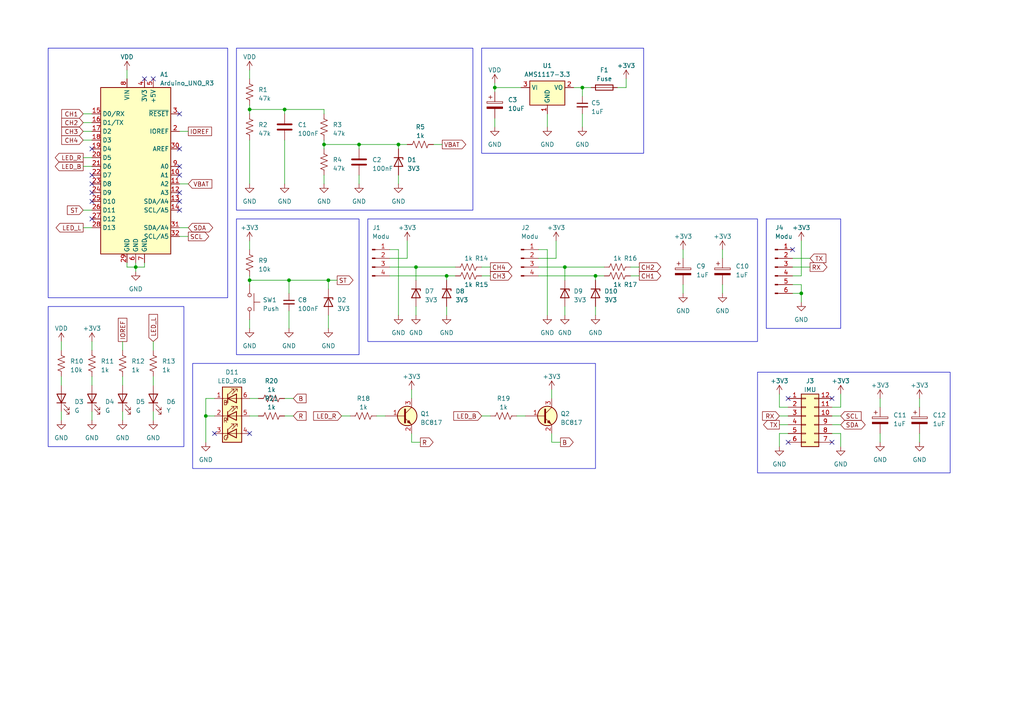
<source format=kicad_sch>
(kicad_sch (version 20230121) (generator eeschema)
  (paper "A4")
  (lib_symbols
    (symbol "Connector:Conn_01x04_Pin" (pin_names (offset 1.016) hide)
      (property "Reference" "J" (at 0 5.08 0))
      (property "Value" "Conn_01x04_Pin" (at 0 -7.62 0))
      (symbol "Conn_01x04_Pin_1_1"
        (polyline (pts (xy 1.27 -5.08) (xy 0.8636 -5.08)) (stroke (width 0.1524)))
        (polyline (pts (xy 1.27 -2.54) (xy 0.8636 -2.54)) (stroke (width 0.1524)))
        (polyline (pts (xy 1.27 0) (xy 0.8636 0)) (stroke (width 0.1524)))
        (polyline (pts (xy 1.27 2.54) (xy 0.8636 2.54)) (stroke (width 0.1524)))
        (rectangle (start 0.8636 -4.953) (end 0 -5.207) (stroke (width 0.1524)) (fill (type outline)))
        (rectangle (start 0.8636 -2.413) (end 0 -2.667) (stroke (width 0.1524)) (fill (type outline)))
        (rectangle (start 0.8636 0.127) (end 0 -0.127) (stroke (width 0.1524)) (fill (type outline)))
        (rectangle (start 0.8636 2.667) (end 0 2.413) (stroke (width 0.1524)) (fill (type outline)))
        (pin passive line (at 5.08 2.54 180) (length 3.81) (name "Pin_1") (number "1"))
        (pin passive line (at 5.08 0 180) (length 3.81) (name "Pin_2") (number "2"))
        (pin passive line (at 5.08 -2.54 180) (length 3.81) (name "Pin_3") (number "3"))
        (pin passive line (at 5.08 -5.08 180) (length 3.81) (name "Pin_4") (number "4"))
      )
    )
    (symbol "Connector:Conn_01x06_Pin" (pin_names (offset 1.016) hide)
      (property "Reference" "J" (at 0 7.62 0))
      (property "Value" "Conn_01x06_Pin" (at 0 -10.16 0))
      (symbol "Conn_01x06_Pin_1_1"
        (polyline (pts (xy 1.27 -7.62) (xy 0.8636 -7.62)) (stroke (width 0.1524)))
        (polyline (pts (xy 1.27 -5.08) (xy 0.8636 -5.08)) (stroke (width 0.1524)))
        (polyline (pts (xy 1.27 -2.54) (xy 0.8636 -2.54)) (stroke (width 0.1524)))
        (polyline (pts (xy 1.27 0) (xy 0.8636 0)) (stroke (width 0.1524)))
        (polyline (pts (xy 1.27 2.54) (xy 0.8636 2.54)) (stroke (width 0.1524)))
        (polyline (pts (xy 1.27 5.08) (xy 0.8636 5.08)) (stroke (width 0.1524)))
        (rectangle (start 0.8636 -7.493) (end 0 -7.747) (stroke (width 0.1524)) (fill (type outline)))
        (rectangle (start 0.8636 -4.953) (end 0 -5.207) (stroke (width 0.1524)) (fill (type outline)))
        (rectangle (start 0.8636 -2.413) (end 0 -2.667) (stroke (width 0.1524)) (fill (type outline)))
        (rectangle (start 0.8636 0.127) (end 0 -0.127) (stroke (width 0.1524)) (fill (type outline)))
        (rectangle (start 0.8636 2.667) (end 0 2.413) (stroke (width 0.1524)) (fill (type outline)))
        (rectangle (start 0.8636 5.207) (end 0 4.953) (stroke (width 0.1524)) (fill (type outline)))
        (pin passive line (at 5.08 5.08 180) (length 3.81) (name "Pin_1") (number "1"))
        (pin passive line (at 5.08 2.54 180) (length 3.81) (name "Pin_2") (number "2"))
        (pin passive line (at 5.08 0 180) (length 3.81) (name "Pin_3") (number "3"))
        (pin passive line (at 5.08 -2.54 180) (length 3.81) (name "Pin_4") (number "4"))
        (pin passive line (at 5.08 -5.08 180) (length 3.81) (name "Pin_5") (number "5"))
        (pin passive line (at 5.08 -7.62 180) (length 3.81) (name "Pin_6") (number "6"))
      )
    )
    (symbol "Connector_Generic:Conn_02x06_Counter_Clockwise" (pin_names (offset 1.016) hide)
      (property "Reference" "J" (at 1.27 7.62 0))
      (property "Value" "Conn_02x06_Counter_Clockwise" (at 1.27 -10.16 0))
      (symbol "Conn_02x06_Counter_Clockwise_1_1"
        (rectangle (start -1.27 -7.493) (end 0 -7.747) (stroke (width 0.1524)))
        (rectangle (start -1.27 -4.953) (end 0 -5.207) (stroke (width 0.1524)))
        (rectangle (start -1.27 -2.413) (end 0 -2.667) (stroke (width 0.1524)))
        (rectangle (start -1.27 0.127) (end 0 -0.127) (stroke (width 0.1524)))
        (rectangle (start -1.27 2.667) (end 0 2.413) (stroke (width 0.1524)))
        (rectangle (start -1.27 5.207) (end 0 4.953) (stroke (width 0.1524)))
        (rectangle (start -1.27 6.35) (end 3.81 -8.89) (stroke (width 0.254)) (fill (type background)))
        (rectangle (start 3.81 -7.493) (end 2.54 -7.747) (stroke (width 0.1524)))
        (rectangle (start 3.81 -4.953) (end 2.54 -5.207) (stroke (width 0.1524)))
        (rectangle (start 3.81 -2.413) (end 2.54 -2.667) (stroke (width 0.1524)))
        (rectangle (start 3.81 0.127) (end 2.54 -0.127) (stroke (width 0.1524)))
        (rectangle (start 3.81 2.667) (end 2.54 2.413) (stroke (width 0.1524)))
        (rectangle (start 3.81 5.207) (end 2.54 4.953) (stroke (width 0.1524)))
        (pin passive line (at -5.08 5.08 0) (length 3.81) (name "Pin_1") (number "1"))
        (pin passive line (at 7.62 0 180) (length 3.81) (name "Pin_10") (number "10"))
        (pin passive line (at 7.62 2.54 180) (length 3.81) (name "Pin_11") (number "11"))
        (pin passive line (at 7.62 5.08 180) (length 3.81) (name "Pin_12") (number "12"))
        (pin passive line (at -5.08 2.54 0) (length 3.81) (name "Pin_2") (number "2"))
        (pin passive line (at -5.08 0 0) (length 3.81) (name "Pin_3") (number "3"))
        (pin passive line (at -5.08 -2.54 0) (length 3.81) (name "Pin_4") (number "4"))
        (pin passive line (at -5.08 -5.08 0) (length 3.81) (name "Pin_5") (number "5"))
        (pin passive line (at -5.08 -7.62 0) (length 3.81) (name "Pin_6") (number "6"))
        (pin passive line (at 7.62 -7.62 180) (length 3.81) (name "Pin_7") (number "7"))
        (pin passive line (at 7.62 -5.08 180) (length 3.81) (name "Pin_8") (number "8"))
        (pin passive line (at 7.62 -2.54 180) (length 3.81) (name "Pin_9") (number "9"))
      )
    )
    (symbol "Device:C" (pin_numbers hide) (pin_names (offset 0.254))
      (property "Reference" "C" (at 0.635 2.54 0))
      (property "Value" "C" (at 0.635 -2.54 0))
      (symbol "C_0_1"
        (polyline (pts (xy -2.032 -0.762) (xy 2.032 -0.762)) (stroke (width 0.508)))
        (polyline (pts (xy -2.032 0.762) (xy 2.032 0.762)) (stroke (width 0.508)))
      )
      (symbol "C_1_1"
        (pin passive line (at 0 3.81 270) (length 2.794) (name "~") (number "1"))
        (pin passive line (at 0 -3.81 90) (length 2.794) (name "~") (number "2"))
      )
    )
    (symbol "Device:C_Polarized" (pin_numbers hide) (pin_names (offset 0.254))
      (property "Reference" "C" (at 0.635 2.54 0))
      (property "Value" "C_Polarized" (at 0.635 -2.54 0))
      (symbol "C_Polarized_0_1"
        (rectangle (start -2.286 0.508) (end 2.286 1.016))
        (polyline (pts (xy -1.778 2.286) (xy -0.762 2.286)))
        (polyline (pts (xy -1.27 2.794) (xy -1.27 1.778)))
        (rectangle (start 2.286 -0.508) (end -2.286 -1.016) (fill (type outline)))
      )
      (symbol "C_Polarized_1_1"
        (pin passive line (at 0 3.81 270) (length 2.794) (name "~") (number "1"))
        (pin passive line (at 0 -3.81 90) (length 2.794) (name "~") (number "2"))
      )
    )
    (symbol "Device:C_Small" (pin_numbers hide) (pin_names (offset 0.254) hide)
      (property "Reference" "C" (at 0.254 1.778 0))
      (property "Value" "C_Small" (at 0.254 -2.032 0))
      (symbol "C_Small_0_1"
        (polyline (pts (xy -1.524 -0.508) (xy 1.524 -0.508)) (stroke (width 0.3302)))
        (polyline (pts (xy -1.524 0.508) (xy 1.524 0.508)) (stroke (width 0.3048)))
      )
      (symbol "C_Small_1_1"
        (pin passive line (at 0 2.54 270) (length 2.032) (name "~") (number "1"))
        (pin passive line (at 0 -2.54 90) (length 2.032) (name "~") (number "2"))
      )
    )
    (symbol "Device:D_Zener" (pin_numbers hide) (pin_names (offset 1.016) hide)
      (property "Reference" "D" (at 0 2.54 0))
      (property "Value" "D_Zener" (at 0 -2.54 0))
      (symbol "D_Zener_0_1"
        (polyline (pts (xy 1.27 0) (xy -1.27 0)))
        (polyline (pts (xy -1.27 -1.27) (xy -1.27 1.27) (xy -0.762 1.27)) (stroke (width 0.254)))
        (polyline (pts (xy 1.27 -1.27) (xy 1.27 1.27) (xy -1.27 0) (xy 1.27 -1.27)) (stroke (width 0.254)))
      )
      (symbol "D_Zener_1_1"
        (pin passive line (at -3.81 0 0) (length 2.54) (name "K") (number "1"))
        (pin passive line (at 3.81 0 180) (length 2.54) (name "A") (number "2"))
      )
    )
    (symbol "Device:Fuse" (pin_numbers hide) (pin_names (offset 0))
      (property "Reference" "F" (at 2.032 0 90))
      (property "Value" "Fuse" (at -1.905 0 90))
      (symbol "Fuse_0_1"
        (rectangle (start -0.762 -2.54) (end 0.762 2.54) (stroke (width 0.254)))
        (polyline (pts (xy 0 2.54) (xy 0 -2.54)))
      )
      (symbol "Fuse_1_1"
        (pin passive line (at 0 3.81 270) (length 1.27) (name "~") (number "1"))
        (pin passive line (at 0 -3.81 90) (length 1.27) (name "~") (number "2"))
      )
    )
    (symbol "Device:LED" (pin_numbers hide) (pin_names (offset 1.016) hide)
      (property "Reference" "D" (at 0 2.54 0))
      (property "Value" "LED" (at 0 -2.54 0))
      (symbol "LED_0_1"
        (polyline (pts (xy -1.27 -1.27) (xy -1.27 1.27)) (stroke (width 0.254)))
        (polyline (pts (xy -1.27 0) (xy 1.27 0)))
        (polyline (pts (xy 1.27 -1.27) (xy 1.27 1.27) (xy -1.27 0) (xy 1.27 -1.27)) (stroke (width 0.254)))
        (polyline (pts (xy -3.048 -0.762) (xy -4.572 -2.286) (xy -3.81 -2.286) (xy -4.572 -2.286) (xy -4.572 -1.524)))
        (polyline (pts (xy -1.778 -0.762) (xy -3.302 -2.286) (xy -2.54 -2.286) (xy -3.302 -2.286) (xy -3.302 -1.524)))
      )
      (symbol "LED_1_1"
        (pin passive line (at -3.81 0 0) (length 2.54) (name "K") (number "1"))
        (pin passive line (at 3.81 0 180) (length 2.54) (name "A") (number "2"))
      )
    )
    (symbol "Device:LED_RGB" (pin_names (offset 0) hide)
      (property "Reference" "D11" (at 0 12.7 0))
      (property "Value" "LED_RGB" (at 0 10.16 0))
      (symbol "LED_RGB_0_0"
        (text "B" (at -1.905 3.81 0) (effects (font (size 1.27 1.27))))
        (text "G" (at -1.905 -6.35 0) (effects (font (size 1.27 1.27))))
        (text "R" (at -1.905 -1.27 0) (effects (font (size 1.27 1.27))))
      )
      (symbol "LED_RGB_0_1"
        (rectangle (start -2.794 8.382) (end 2.794 -7.62) (stroke (width 0.254)) (fill (type background)))
        (polyline (pts (xy -1.27 -5.08) (xy -2.54 -5.08)))
        (polyline (pts (xy -1.27 -5.08) (xy 1.27 -5.08)))
        (polyline (pts (xy -1.27 -3.81) (xy -1.27 -6.35)) (stroke (width 0.254)))
        (polyline (pts (xy -1.27 0) (xy -2.54 0)))
        (polyline (pts (xy -1.27 1.27) (xy -1.27 -1.27)) (stroke (width 0.254)))
        (polyline (pts (xy -1.27 5.08) (xy -2.54 5.08)))
        (polyline (pts (xy -1.27 5.08) (xy 1.27 5.08)))
        (polyline (pts (xy -1.27 6.35) (xy -1.27 3.81)) (stroke (width 0.254)))
        (polyline (pts (xy 1.27 -5.08) (xy 2.54 -5.08)))
        (polyline (pts (xy 1.27 0) (xy -1.27 0)))
        (polyline (pts (xy 1.27 0) (xy 2.54 0)))
        (polyline (pts (xy 1.27 5.08) (xy 2.54 5.08)))
        (polyline (pts (xy -1.27 1.27) (xy -1.27 -1.27) (xy -1.27 -1.27)))
        (polyline (pts (xy -1.27 6.35) (xy -1.27 3.81) (xy -1.27 3.81)))
        (polyline (pts (xy 1.27 -3.81) (xy 1.27 -6.35) (xy -1.27 -5.08) (xy 1.27 -3.81)) (stroke (width 0.254)))
        (polyline (pts (xy 1.27 1.27) (xy 1.27 -1.27) (xy -1.27 0) (xy 1.27 1.27)) (stroke (width 0.254)))
        (polyline (pts (xy 1.27 6.35) (xy 1.27 3.81) (xy -1.27 5.08) (xy 1.27 6.35)) (stroke (width 0.254)))
        (polyline (pts (xy -1.016 -3.81) (xy 0.508 -2.286) (xy -0.254 -2.286) (xy 0.508 -2.286) (xy 0.508 -3.048)))
        (polyline (pts (xy -1.016 1.27) (xy 0.508 2.794) (xy -0.254 2.794) (xy 0.508 2.794) (xy 0.508 2.032)))
        (polyline (pts (xy -1.016 6.35) (xy 0.508 7.874) (xy -0.254 7.874) (xy 0.508 7.874) (xy 0.508 7.112)))
        (polyline (pts (xy 0 -3.81) (xy 1.524 -2.286) (xy 0.762 -2.286) (xy 1.524 -2.286) (xy 1.524 -3.048)))
        (polyline (pts (xy 0 1.27) (xy 1.524 2.794) (xy 0.762 2.794) (xy 1.524 2.794) (xy 1.524 2.032)))
        (polyline (pts (xy 0 6.35) (xy 1.524 7.874) (xy 0.762 7.874) (xy 1.524 7.874) (xy 1.524 7.112)))
        (rectangle (start 1.27 -1.27) (end 1.27 1.27))
        (rectangle (start 1.27 1.27) (end 1.27 1.27))
        (rectangle (start 1.27 3.81) (end 1.27 6.35))
        (rectangle (start 1.27 6.35) (end 1.27 6.35))
      )
      (symbol "LED_RGB_1_1"
        (pin passive line (at -5.08 5.08 0) (length 2.54) (name "RK") (number "1"))
        (pin passive line (at -5.08 0 0) (length 2.54) (name "GK") (number "2"))
        (pin passive line (at -5.08 -5.08 0) (length 2.54) (name "BK") (number "3"))
        (pin passive line (at 5.08 -5.08 180) (length 2.54) (name "BA") (number "4"))
        (pin passive line (at 5.08 0 180) (length 2.54) (name "GA") (number "5"))
        (pin passive line (at 5.08 5.08 180) (length 2.54) (name "RA") (number "6"))
      )
    )
    (symbol "Device:R_US" (pin_numbers hide) (pin_names (offset 0))
      (property "Reference" "R" (at 2.54 0 90))
      (property "Value" "R_US" (at -2.54 0 90))
      (symbol "R_US_0_1"
        (polyline (pts (xy 0 -2.286) (xy 0 -2.54)))
        (polyline (pts (xy 0 2.286) (xy 0 2.54)))
        (polyline (pts (xy 0 -0.762) (xy 1.016 -1.143) (xy 0 -1.524) (xy -1.016 -1.905) (xy 0 -2.286)))
        (polyline (pts (xy 0 0.762) (xy 1.016 0.381) (xy 0 0) (xy -1.016 -0.381) (xy 0 -0.762)))
        (polyline (pts (xy 0 2.286) (xy 1.016 1.905) (xy 0 1.524) (xy -1.016 1.143) (xy 0 0.762)))
      )
      (symbol "R_US_1_1"
        (pin passive line (at 0 3.81 270) (length 1.27) (name "~") (number "1"))
        (pin passive line (at 0 -3.81 90) (length 1.27) (name "~") (number "2"))
      )
    )
    (symbol "MCU_Module:Arduino_UNO_R3"
      (property "Reference" "A" (at -10.16 23.495 0))
      (property "Value" "Arduino_UNO_R3" (at 5.08 -26.67 0))
      (symbol "Arduino_UNO_R3_0_1"
        (rectangle (start -10.16 22.86) (end 10.16 -25.4) (stroke (width 0.254)) (fill (type background)))
      )
      (symbol "Arduino_UNO_R3_1_1"
        (pin no_connect line (at -10.16 -20.32 0) (length 2.54) hide (name "NC") (number "1"))
        (pin bidirectional line (at 12.7 -2.54 180) (length 2.54) (name "A1") (number "10"))
        (pin bidirectional line (at 12.7 -5.08 180) (length 2.54) (name "A2") (number "11"))
        (pin bidirectional line (at 12.7 -7.62 180) (length 2.54) (name "A3") (number "12"))
        (pin bidirectional line (at 12.7 -10.16 180) (length 2.54) (name "SDA/A4") (number "13"))
        (pin bidirectional line (at 12.7 -12.7 180) (length 2.54) (name "SCL/A5") (number "14"))
        (pin bidirectional line (at -12.7 15.24 0) (length 2.54) (name "D0/RX") (number "15"))
        (pin bidirectional line (at -12.7 12.7 0) (length 2.54) (name "D1/TX") (number "16"))
        (pin bidirectional line (at -12.7 10.16 0) (length 2.54) (name "D2") (number "17"))
        (pin bidirectional line (at -12.7 7.62 0) (length 2.54) (name "D3") (number "18"))
        (pin bidirectional line (at -12.7 5.08 0) (length 2.54) (name "D4") (number "19"))
        (pin output line (at 12.7 10.16 180) (length 2.54) (name "IOREF") (number "2"))
        (pin bidirectional line (at -12.7 2.54 0) (length 2.54) (name "D5") (number "20"))
        (pin bidirectional line (at -12.7 0 0) (length 2.54) (name "D6") (number "21"))
        (pin bidirectional line (at -12.7 -2.54 0) (length 2.54) (name "D7") (number "22"))
        (pin bidirectional line (at -12.7 -5.08 0) (length 2.54) (name "D8") (number "23"))
        (pin bidirectional line (at -12.7 -7.62 0) (length 2.54) (name "D9") (number "24"))
        (pin bidirectional line (at -12.7 -10.16 0) (length 2.54) (name "D10") (number "25"))
        (pin bidirectional line (at -12.7 -12.7 0) (length 2.54) (name "D11") (number "26"))
        (pin bidirectional line (at -12.7 -15.24 0) (length 2.54) (name "D12") (number "27"))
        (pin bidirectional line (at -12.7 -17.78 0) (length 2.54) (name "D13") (number "28"))
        (pin power_in line (at -2.54 -27.94 90) (length 2.54) (name "GND") (number "29"))
        (pin input line (at 12.7 15.24 180) (length 2.54) (name "~{RESET}") (number "3"))
        (pin input line (at 12.7 5.08 180) (length 2.54) (name "AREF") (number "30"))
        (pin bidirectional line (at 12.7 -17.78 180) (length 2.54) (name "SDA/A4") (number "31"))
        (pin bidirectional line (at 12.7 -20.32 180) (length 2.54) (name "SCL/A5") (number "32"))
        (pin power_out line (at 2.54 25.4 270) (length 2.54) (name "3V3") (number "4"))
        (pin power_out line (at 5.08 25.4 270) (length 2.54) (name "+5V") (number "5"))
        (pin power_in line (at 0 -27.94 90) (length 2.54) (name "GND") (number "6"))
        (pin power_in line (at 2.54 -27.94 90) (length 2.54) (name "GND") (number "7"))
        (pin power_in line (at -2.54 25.4 270) (length 2.54) (name "VIN") (number "8"))
        (pin bidirectional line (at 12.7 0 180) (length 2.54) (name "A0") (number "9"))
      )
    )
    (symbol "PCM_4ms_Power-symbol:+3.3V" (power) (pin_names (offset 0))
      (property "Value" "+3.3V" (at 0 3.556 0))
      (symbol "+3.3V_0_1"
        (polyline (pts (xy -0.762 1.27) (xy 0 2.54)))
        (polyline (pts (xy 0 0) (xy 0 2.54)))
        (polyline (pts (xy 0 2.54) (xy 0.762 1.27)))
      )
      (symbol "+3.3V_1_1"
        (pin power_in line (at 0 0 90) (length 0) hide (name "+3V3") (number "1"))
      )
    )
    (symbol "PCM_4ms_Power-symbol:GND" (power) (pin_names (offset 0))
      (property "Value" "GND" (at 0 -3.81 0))
      (symbol "GND_0_1"
        (polyline (pts (xy 0 0) (xy 0 -1.27) (xy 1.27 -1.27) (xy 0 -2.54) (xy -1.27 -1.27) (xy 0 -1.27)))
      )
      (symbol "GND_1_1"
        (pin power_in line (at 0 0 270) (length 0) hide (name "GND") (number "1"))
      )
    )
    (symbol "PCM_Transistor_BJT_AKL:BC817" (pin_names hide)
      (property "Reference" "Q" (at 5.08 1.27 0))
      (property "Value" "BC817" (at 5.08 -1.27 0))
      (symbol "BC817_0_1"
        (polyline (pts (xy 0.635 0.635) (xy 2.54 2.54)))
        (polyline (pts (xy 0.635 -0.635) (xy 2.54 -2.54) (xy 2.54 -2.54)))
        (polyline (pts (xy 0.635 1.905) (xy 0.635 -1.905) (xy 0.635 -1.905)) (stroke (width 0.508)))
        (polyline (pts (xy 1.27 -1.778) (xy 1.778 -1.27) (xy 2.286 -2.286) (xy 1.27 -1.778) (xy 1.27 -1.778)) (fill (type outline)))
        (circle (center 1.27 0) (radius 2.8194) (stroke (width 0.254)) (fill (type background)))
      )
      (symbol "BC817_1_1"
        (pin input line (at -5.08 0 0) (length 5.715) (name "B") (number "1"))
        (pin passive line (at 2.54 -5.08 90) (length 2.54) (name "E") (number "2"))
        (pin passive line (at 2.54 5.08 270) (length 2.54) (name "C") (number "3"))
      )
    )
    (symbol "Regulator_Linear:AMS1117-3.3"
      (property "Reference" "U" (at -3.81 3.175 0))
      (property "Value" "AMS1117-3.3" (at 0 3.175 0))
      (symbol "AMS1117-3.3_0_1"
        (rectangle (start -5.08 -5.08) (end 5.08 1.905) (stroke (width 0.254)) (fill (type background)))
      )
      (symbol "AMS1117-3.3_1_1"
        (pin power_in line (at 0 -7.62 90) (length 2.54) (name "GND") (number "1"))
        (pin power_out line (at 7.62 0 180) (length 2.54) (name "VO") (number "2"))
        (pin power_in line (at -7.62 0 0) (length 2.54) (name "VI") (number "3"))
      )
    )
    (symbol "Switch:SW_Push" (pin_numbers hide) (pin_names (offset 1.016) hide)
      (property "Reference" "SW" (at 1.27 2.54 0))
      (property "Value" "SW_Push" (at 0 -1.524 0))
      (symbol "SW_Push_0_1"
        (circle (center -2.032 0) (radius 0.508))
        (polyline (pts (xy 0 1.27) (xy 0 3.048)))
        (polyline (pts (xy 2.54 1.27) (xy -2.54 1.27)))
        (circle (center 2.032 0) (radius 0.508))
        (pin passive line (at -5.08 0 0) (length 2.54) (name "1") (number "1"))
        (pin passive line (at 5.08 0 180) (length 2.54) (name "2") (number "2"))
      )
    )
    (symbol "power:VDD" (power) (pin_names (offset 0))
      (property "Value" "VDD" (at 0 3.81 0))
      (symbol "VDD_0_1"
        (polyline (pts (xy -0.762 1.27) (xy 0 2.54)))
        (polyline (pts (xy 0 0) (xy 0 2.54)))
        (polyline (pts (xy 0 2.54) (xy 0.762 1.27)))
      )
      (symbol "VDD_1_1"
        (pin power_in line (at 0 0 90) (length 0) hide (name "VDD") (number "1"))
      )
    )
  )
  (junction (at 39.37 77.47))
  (junction (at 232.41 85.09))
  (junction (at 93.98 41.91))
  (junction (at 163.83 77.47))
  (junction (at 72.39 81.28))
  (junction (at 129.54 80.01))
  (junction (at 115.57 41.91))
  (junction (at 104.14 41.91))
  (junction (at 120.65 77.47))
  (junction (at 82.55 31.75))
  (junction (at 95.25 81.28))
  (junction (at 83.82 81.28))
  (junction (at 143.51 25.4))
  (junction (at 168.91 25.4))
  (junction (at 72.39 31.75))
  (junction (at 172.72 80.01))
  (junction (at 59.69 120.65))
  (no_connect (at 52.07 48.26))
  (no_connect (at 52.07 43.18))
  (no_connect (at 52.07 33.02))
  (no_connect (at 62.23 125.73))
  (no_connect (at 72.39 125.73))
  (no_connect (at 44.45 22.86))
  (no_connect (at 26.67 50.8))
  (no_connect (at 241.3 115.57))
  (no_connect (at 41.91 22.86))
  (no_connect (at 228.6 128.27))
  (no_connect (at 241.3 128.27))
  (no_connect (at 52.07 55.88))
  (no_connect (at 26.67 53.34))
  (no_connect (at 26.67 58.42))
  (no_connect (at 26.67 63.5))
  (no_connect (at 229.87 72.39))
  (no_connect (at 228.6 115.57))
  (no_connect (at 26.67 43.18))
  (no_connect (at 52.07 58.42))
  (no_connect (at 52.07 60.96))
  (no_connect (at 26.67 55.88))
  (no_connect (at 52.07 50.8))
  (wire (pts (xy 93.98 40.64) (xy 93.98 41.91)))
  (wire (pts (xy 226.06 125.73) (xy 226.06 129.54)))
  (wire (pts (xy 209.55 72.39) (xy 209.55 74.93)))
  (wire (pts (xy 82.55 40.64) (xy 82.55 53.34)))
  (wire (pts (xy 36.83 77.47) (xy 39.37 77.47)))
  (wire (pts (xy 113.03 77.47) (xy 120.65 77.47)))
  (wire (pts (xy 24.13 33.02) (xy 26.67 33.02)))
  (wire (pts (xy 166.37 25.4) (xy 168.91 25.4)))
  (wire (pts (xy 139.7 120.65) (xy 142.24 120.65)))
  (wire (pts (xy 129.54 80.01) (xy 129.54 81.28)))
  (wire (pts (xy 93.98 31.75) (xy 93.98 33.02)))
  (wire (pts (xy 24.13 35.56) (xy 26.67 35.56)))
  (wire (pts (xy 82.55 31.75) (xy 82.55 33.02)))
  (wire (pts (xy 198.12 82.55) (xy 198.12 85.09)))
  (wire (pts (xy 229.87 80.01) (xy 232.41 80.01)))
  (wire (pts (xy 59.69 120.65) (xy 59.69 128.27)))
  (wire (pts (xy 132.08 80.01) (xy 129.54 80.01)))
  (wire (pts (xy 95.25 81.28) (xy 97.79 81.28)))
  (wire (pts (xy 17.78 109.22) (xy 17.78 111.76)))
  (wire (pts (xy 232.41 85.09) (xy 232.41 87.63)))
  (wire (pts (xy 72.39 92.71) (xy 72.39 95.25)))
  (wire (pts (xy 83.82 81.28) (xy 83.82 85.09)))
  (wire (pts (xy 226.06 114.3) (xy 226.06 118.11)))
  (wire (pts (xy 26.67 119.38) (xy 26.67 121.92)))
  (wire (pts (xy 172.72 88.9) (xy 172.72 91.44)))
  (wire (pts (xy 41.91 77.47) (xy 41.91 76.2)))
  (wire (pts (xy 182.88 77.47) (xy 185.42 77.47)))
  (wire (pts (xy 24.13 48.26) (xy 26.67 48.26)))
  (wire (pts (xy 72.39 31.75) (xy 72.39 33.02)))
  (wire (pts (xy 156.21 72.39) (xy 158.75 72.39)))
  (wire (pts (xy 179.07 25.4) (xy 181.61 25.4)))
  (wire (pts (xy 72.39 81.28) (xy 83.82 81.28)))
  (wire (pts (xy 24.13 45.72) (xy 26.67 45.72)))
  (wire (pts (xy 115.57 72.39) (xy 115.57 91.44)))
  (wire (pts (xy 226.06 120.65) (xy 228.6 120.65)))
  (wire (pts (xy 72.39 20.32) (xy 72.39 22.86)))
  (wire (pts (xy 83.82 90.17) (xy 83.82 95.25)))
  (wire (pts (xy 24.13 60.96) (xy 26.67 60.96)))
  (wire (pts (xy 35.56 109.22) (xy 35.56 111.76)))
  (wire (pts (xy 158.75 33.02) (xy 158.75 36.83)))
  (wire (pts (xy 62.23 115.57) (xy 59.69 115.57)))
  (wire (pts (xy 72.39 69.85) (xy 72.39 72.39)))
  (wire (pts (xy 26.67 109.22) (xy 26.67 111.76)))
  (wire (pts (xy 266.7 115.57) (xy 266.7 118.11)))
  (wire (pts (xy 198.12 72.39) (xy 198.12 74.93)))
  (wire (pts (xy 72.39 80.01) (xy 72.39 81.28)))
  (wire (pts (xy 52.07 38.1) (xy 54.61 38.1)))
  (wire (pts (xy 175.26 80.01) (xy 172.72 80.01)))
  (wire (pts (xy 104.14 41.91) (xy 115.57 41.91)))
  (wire (pts (xy 229.87 82.55) (xy 232.41 82.55)))
  (wire (pts (xy 44.45 119.38) (xy 44.45 121.92)))
  (wire (pts (xy 226.06 123.19) (xy 228.6 123.19)))
  (wire (pts (xy 158.75 72.39) (xy 158.75 91.44)))
  (wire (pts (xy 39.37 77.47) (xy 41.91 77.47)))
  (wire (pts (xy 93.98 41.91) (xy 104.14 41.91)))
  (wire (pts (xy 129.54 88.9) (xy 129.54 91.44)))
  (wire (pts (xy 143.51 34.29) (xy 143.51 36.83)))
  (wire (pts (xy 163.83 77.47) (xy 175.26 77.47)))
  (wire (pts (xy 115.57 41.91) (xy 115.57 43.18)))
  (wire (pts (xy 72.39 81.28) (xy 72.39 82.55)))
  (wire (pts (xy 17.78 99.06) (xy 17.78 101.6)))
  (wire (pts (xy 95.25 81.28) (xy 95.25 83.82)))
  (wire (pts (xy 232.41 82.55) (xy 232.41 85.09)))
  (wire (pts (xy 160.02 128.27) (xy 162.56 128.27)))
  (wire (pts (xy 241.3 125.73) (xy 243.84 125.73)))
  (wire (pts (xy 160.02 113.03) (xy 160.02 115.57)))
  (wire (pts (xy 35.56 119.38) (xy 35.56 121.92)))
  (wire (pts (xy 229.87 74.93) (xy 234.95 74.93)))
  (wire (pts (xy 72.39 30.48) (xy 72.39 31.75)))
  (wire (pts (xy 226.06 118.11) (xy 228.6 118.11)))
  (wire (pts (xy 119.38 125.73) (xy 119.38 128.27)))
  (wire (pts (xy 255.27 115.57) (xy 255.27 118.11)))
  (wire (pts (xy 59.69 120.65) (xy 62.23 120.65)))
  (wire (pts (xy 35.56 99.06) (xy 35.56 101.6)))
  (wire (pts (xy 82.55 115.57) (xy 85.09 115.57)))
  (wire (pts (xy 120.65 77.47) (xy 120.65 81.28)))
  (wire (pts (xy 156.21 77.47) (xy 163.83 77.47)))
  (wire (pts (xy 93.98 41.91) (xy 93.98 43.18)))
  (wire (pts (xy 113.03 74.93) (xy 118.11 74.93)))
  (wire (pts (xy 160.02 125.73) (xy 160.02 128.27)))
  (wire (pts (xy 209.55 82.55) (xy 209.55 85.09)))
  (wire (pts (xy 163.83 88.9) (xy 163.83 91.44)))
  (wire (pts (xy 255.27 125.73) (xy 255.27 128.27)))
  (wire (pts (xy 168.91 25.4) (xy 171.45 25.4)))
  (wire (pts (xy 83.82 81.28) (xy 95.25 81.28)))
  (wire (pts (xy 44.45 99.06) (xy 44.45 101.6)))
  (wire (pts (xy 72.39 115.57) (xy 74.93 115.57)))
  (wire (pts (xy 228.6 125.73) (xy 226.06 125.73)))
  (wire (pts (xy 99.06 120.65) (xy 101.6 120.65)))
  (wire (pts (xy 82.55 31.75) (xy 93.98 31.75)))
  (wire (pts (xy 156.21 80.01) (xy 172.72 80.01)))
  (wire (pts (xy 172.72 80.01) (xy 172.72 81.28)))
  (wire (pts (xy 143.51 24.13) (xy 143.51 25.4)))
  (wire (pts (xy 156.21 74.93) (xy 161.29 74.93)))
  (wire (pts (xy 59.69 115.57) (xy 59.69 120.65)))
  (wire (pts (xy 39.37 76.2) (xy 39.37 77.47)))
  (wire (pts (xy 119.38 113.03) (xy 119.38 115.57)))
  (wire (pts (xy 143.51 25.4) (xy 143.51 26.67)))
  (wire (pts (xy 241.3 123.19) (xy 243.84 123.19)))
  (wire (pts (xy 232.41 80.01) (xy 232.41 69.85)))
  (wire (pts (xy 52.07 66.04) (xy 54.61 66.04)))
  (wire (pts (xy 168.91 25.4) (xy 168.91 27.94)))
  (wire (pts (xy 181.61 25.4) (xy 181.61 22.86)))
  (wire (pts (xy 266.7 125.73) (xy 266.7 128.27)))
  (wire (pts (xy 182.88 80.01) (xy 185.42 80.01)))
  (wire (pts (xy 120.65 77.47) (xy 132.08 77.47)))
  (wire (pts (xy 104.14 41.91) (xy 104.14 43.18)))
  (wire (pts (xy 243.84 118.11) (xy 243.84 114.3)))
  (wire (pts (xy 149.86 120.65) (xy 152.4 120.65)))
  (wire (pts (xy 17.78 119.38) (xy 17.78 121.92)))
  (wire (pts (xy 113.03 72.39) (xy 115.57 72.39)))
  (wire (pts (xy 113.03 80.01) (xy 129.54 80.01)))
  (wire (pts (xy 229.87 77.47) (xy 234.95 77.47)))
  (wire (pts (xy 115.57 50.8) (xy 115.57 53.34)))
  (wire (pts (xy 115.57 41.91) (xy 118.11 41.91)))
  (wire (pts (xy 241.3 118.11) (xy 243.84 118.11)))
  (wire (pts (xy 229.87 85.09) (xy 232.41 85.09)))
  (wire (pts (xy 26.67 99.06) (xy 26.67 101.6)))
  (wire (pts (xy 36.83 20.32) (xy 36.83 22.86)))
  (wire (pts (xy 119.38 128.27) (xy 121.92 128.27)))
  (wire (pts (xy 241.3 120.65) (xy 243.84 120.65)))
  (wire (pts (xy 24.13 38.1) (xy 26.67 38.1)))
  (wire (pts (xy 24.13 40.64) (xy 26.67 40.64)))
  (wire (pts (xy 72.39 31.75) (xy 82.55 31.75)))
  (wire (pts (xy 168.91 33.02) (xy 168.91 36.83)))
  (wire (pts (xy 118.11 74.93) (xy 118.11 69.85)))
  (wire (pts (xy 52.07 53.34) (xy 54.61 53.34)))
  (wire (pts (xy 163.83 77.47) (xy 163.83 81.28)))
  (wire (pts (xy 139.7 80.01) (xy 142.24 80.01)))
  (wire (pts (xy 120.65 88.9) (xy 120.65 91.44)))
  (wire (pts (xy 104.14 50.8) (xy 104.14 53.34)))
  (wire (pts (xy 95.25 91.44) (xy 95.25 95.25)))
  (wire (pts (xy 161.29 74.93) (xy 161.29 69.85)))
  (wire (pts (xy 72.39 40.64) (xy 72.39 53.34)))
  (wire (pts (xy 72.39 120.65) (xy 74.93 120.65)))
  (wire (pts (xy 93.98 50.8) (xy 93.98 53.34)))
  (wire (pts (xy 243.84 125.73) (xy 243.84 129.54)))
  (wire (pts (xy 36.83 76.2) (xy 36.83 77.47)))
  (wire (pts (xy 109.22 120.65) (xy 111.76 120.65)))
  (wire (pts (xy 139.7 77.47) (xy 142.24 77.47)))
  (wire (pts (xy 143.51 25.4) (xy 151.13 25.4)))
  (wire (pts (xy 82.55 120.65) (xy 85.09 120.65)))
  (wire (pts (xy 125.73 41.91) (xy 128.27 41.91)))
  (wire (pts (xy 24.13 66.04) (xy 26.67 66.04)))
  (wire (pts (xy 52.07 68.58) (xy 54.61 68.58)))
  (wire (pts (xy 39.37 77.47) (xy 39.37 78.74)))
  (wire (pts (xy 44.45 109.22) (xy 44.45 111.76)))
  (rectangle (start 219.71 107.95) (end 275.59 137.16))
  (rectangle (start 139.7 13.97) (end 186.69 44.45))
  (rectangle (start 13.97 88.9) (end 53.34 129.54))
  (rectangle (start 68.58 63.5) (end 104.14 102.87))
  (rectangle (start 68.58 13.97) (end 137.16 60.96))
  (rectangle (start 55.88 105.41) (end 172.72 135.89))
  (rectangle (start 13.97 13.97) (end 66.04 86.36))
  (rectangle (start 222.25 63.5) (end 243.84 95.25))
  (rectangle (start 106.68 63.5) (end 219.71 99.06))
  (global_label "CH3" (shape input) (at 24.13 38.1 180) (property "Intersheetrefs" "${INTERSHEET_REFS}" (effects hide)))
  (global_label "ST" (shape input) (at 24.13 60.96 180) (property "Intersheetrefs" "${INTERSHEET_REFS}" (effects hide)))
  (global_label "RX" (shape output) (at 234.95 77.47 0) (property "Intersheetrefs" "${INTERSHEET_REFS}" (effects hide)))
  (global_label "VBAT" (shape input) (at 54.61 53.34 0) (property "Intersheetrefs" "${INTERSHEET_REFS}" (effects hide)))
  (global_label "LED_R" (shape input) (at 99.06 120.65 180) (property "Intersheetrefs" "${INTERSHEET_REFS}" (effects hide)))
  (global_label "CH3" (shape output) (at 142.24 80.01 0) (property "Intersheetrefs" "${INTERSHEET_REFS}" (effects hide)))
  (global_label "SCL" (shape output) (at 54.61 68.58 0) (property "Intersheetrefs" "${INTERSHEET_REFS}" (effects hide)))
  (global_label "SCL" (shape input) (at 243.84 120.65 0) (property "Intersheetrefs" "${INTERSHEET_REFS}" (effects hide)))
  (global_label "CH2" (shape input) (at 24.13 35.56 180) (property "Intersheetrefs" "${INTERSHEET_REFS}" (effects hide)))
  (global_label "SDA" (shape bidirectional) (at 54.61 66.04 0) (property "Intersheetrefs" "${INTERSHEET_REFS}" (effects hide)))
  (global_label "B" (shape input) (at 85.09 115.57 0) (property "Intersheetrefs" "${INTERSHEET_REFS}" (effects hide)))
  (global_label "IOREF" (shape passive) (at 35.56 99.06 90) (property "Intersheetrefs" "${INTERSHEET_REFS}" (effects hide)))
  (global_label "B" (shape output) (at 162.56 128.27 0) (property "Intersheetrefs" "${INTERSHEET_REFS}" (effects hide)))
  (global_label "CH4" (shape input) (at 24.13 40.64 180) (property "Intersheetrefs" "${INTERSHEET_REFS}" (effects hide)))
  (global_label "LED_R" (shape output) (at 24.13 45.72 180) (property "Intersheetrefs" "${INTERSHEET_REFS}" (effects hide)))
  (global_label "R" (shape output) (at 121.92 128.27 0) (property "Intersheetrefs" "${INTERSHEET_REFS}" (effects hide)))
  (global_label "LED_B" (shape input) (at 139.7 120.65 180) (property "Intersheetrefs" "${INTERSHEET_REFS}" (effects hide)))
  (global_label "CH2" (shape output) (at 185.42 77.47 0) (property "Intersheetrefs" "${INTERSHEET_REFS}" (effects hide)))
  (global_label "LED_L" (shape input) (at 44.45 99.06 90) (property "Intersheetrefs" "${INTERSHEET_REFS}" (effects hide)))
  (global_label "CH1" (shape output) (at 185.42 80.01 0) (property "Intersheetrefs" "${INTERSHEET_REFS}" (effects hide)))
  (global_label "TX" (shape input) (at 234.95 74.93 0) (property "Intersheetrefs" "${INTERSHEET_REFS}" (effects hide)))
  (global_label "ST" (shape output) (at 97.79 81.28 0) (property "Intersheetrefs" "${INTERSHEET_REFS}" (effects hide)))
  (global_label "CH4" (shape output) (at 142.24 77.47 0) (property "Intersheetrefs" "${INTERSHEET_REFS}" (effects hide)))
  (global_label "TX" (shape output) (at 226.06 123.19 180) (property "Intersheetrefs" "${INTERSHEET_REFS}" (effects hide)))
  (global_label "LED_L" (shape output) (at 24.13 66.04 180) (property "Intersheetrefs" "${INTERSHEET_REFS}" (effects hide)))
  (global_label "R" (shape input) (at 85.09 120.65 0) (property "Intersheetrefs" "${INTERSHEET_REFS}" (effects hide)))
  (global_label "SDA" (shape bidirectional) (at 243.84 123.19 0) (property "Intersheetrefs" "${INTERSHEET_REFS}" (effects hide)))
  (global_label "CH1" (shape input) (at 24.13 33.02 180) (property "Intersheetrefs" "${INTERSHEET_REFS}" (effects hide)))
  (global_label "LED_B" (shape output) (at 24.13 48.26 180) (property "Intersheetrefs" "${INTERSHEET_REFS}" (effects hide)))
  (global_label "VBAT" (shape output) (at 128.27 41.91 0) (property "Intersheetrefs" "${INTERSHEET_REFS}" (effects hide)))
  (global_label "IOREF" (shape passive) (at 54.61 38.1 0) (property "Intersheetrefs" "${INTERSHEET_REFS}" (effects hide)))
  (global_label "RX" (shape input) (at 226.06 120.65 180) (property "Intersheetrefs" "${INTERSHEET_REFS}" (effects hide)))
  (symbol (lib_id "PCM_4ms_Power-symbol:+3.3V") (at 266.7 115.57 0) (unit 1)
    (property "Reference" "#PWR052" (effects hide))
    (property "Value" "+3.3V" (at 266.7 111.76 0))
  )
  (symbol (lib_id "Device:R_US") (at 78.74 115.57 90) (unit 1)
    (property "Reference" "R20" (at 78.74 110.49 90))
    (property "Value" "1k" (at 78.74 113.03 90))
    (property "Footprint" "Resistor_SMD:R_0805_2012Metric" (effects hide))
  )
  (symbol (lib_id "PCM_4ms_Power-symbol:GND") (at 59.69 128.27 0) (unit 1)
    (property "Reference" "#PWR043" (effects hide))
    (property "Value" "GND" (at 59.69 133.35 0))
  )
  (symbol (lib_id "Device:R_US") (at 135.89 77.47 90) (unit 1)
    (property "Reference" "R14" (at 139.7 74.93 90))
    (property "Value" "1k" (at 135.89 74.93 90))
    (property "Footprint" "Resistor_SMD:R_0805_2012Metric" (effects hide))
  )
  (symbol (lib_id "PCM_4ms_Power-symbol:GND") (at 83.82 95.25 0) (unit 1)
    (property "Reference" "#PWR021" (effects hide))
    (property "Value" "GND" (at 83.82 100.33 0))
  )
  (symbol (lib_id "Device:R_US") (at 105.41 120.65 90) (unit 1)
    (property "Reference" "R18" (at 105.41 115.57 90))
    (property "Value" "1k" (at 105.41 118.11 90))
    (property "Footprint" "Resistor_SMD:R_0805_2012Metric" (effects hide))
  )
  (symbol (lib_id "Device:C_Polarized") (at 209.55 78.74 0) (unit 1)
    (property "Reference" "C10" (at 213.36 77.216 0) (effects (justify left)))
    (property "Value" "1uF" (at 213.36 79.756 0) (effects (justify left)))
    (property "Footprint" "Capacitor_Tantalum_SMD:CP_EIA-3216-18_Kemet-A" (effects hide))
  )
  (symbol (lib_id "PCM_4ms_Power-symbol:GND") (at 115.57 53.34 0) (unit 1)
    (property "Reference" "#PWR08" (effects hide))
    (property "Value" "GND" (at 115.57 58.42 0))
  )
  (symbol (lib_id "Device:D_Zener") (at 129.54 85.09 270) (unit 1)
    (property "Reference" "D8" (at 132.08 84.455 90) (effects (justify left)))
    (property "Value" "3V3" (at 132.08 86.995 90) (effects (justify left)))
    (property "Footprint" "Diode_SMD:D_MiniMELF" (effects hide))
  )
  (symbol (lib_id "PCM_4ms_Power-symbol:+3.3V") (at 181.61 22.86 0) (unit 1)
    (property "Reference" "#PWR013" (effects hide))
    (property "Value" "+3.3V" (at 181.61 19.05 0))
  )
  (symbol (lib_id "Device:D_Zener") (at 115.57 46.99 270) (unit 1)
    (property "Reference" "D1" (at 118.11 46.355 90) (effects (justify left)))
    (property "Value" "3V3" (at 118.11 48.895 90) (effects (justify left)))
    (property "Footprint" "Diode_SMD:D_MiniMELF" (effects hide))
  )
  (symbol (lib_id "PCM_4ms_Power-symbol:+3.3V") (at 209.55 72.39 0) (unit 1)
    (property "Reference" "#PWR047" (effects hide))
    (property "Value" "+3.3V" (at 209.55 68.58 0))
  )
  (symbol (lib_id "Device:D_Zener") (at 95.25 87.63 270) (unit 1)
    (property "Reference" "D2" (at 97.79 86.995 90) (effects (justify left)))
    (property "Value" "3V3" (at 97.79 89.535 90) (effects (justify left)))
    (property "Footprint" "Diode_SMD:D_MiniMELF" (effects hide))
  )
  (symbol (lib_id "Device:C_Polarized") (at 143.51 30.48 0) (unit 1)
    (property "Reference" "C3" (at 147.32 28.956 0) (effects (justify left)))
    (property "Value" "10uF" (at 147.32 31.496 0) (effects (justify left)))
    (property "Footprint" "Capacitor_SMD:CP_Elec_4x3.9" (effects hide))
  )
  (symbol (lib_id "PCM_Transistor_BJT_AKL:BC817") (at 116.84 120.65 0) (unit 1)
    (property "Reference" "Q1" (at 121.92 120.015 0) (effects (justify left)))
    (property "Value" "BC817" (at 121.92 122.555 0) (effects (justify left)))
    (property "Footprint" "PCM_Package_TO_SOT_SMD_AKL:SOT-23" (effects hide))
    (property "Datasheet" "https://www.tme.eu/Document/7b5ea7386544f524d0315334956093bb/BC817-16.215.pdf" (effects hide))
  )
  (symbol (lib_id "PCM_4ms_Power-symbol:GND") (at 143.51 36.83 0) (unit 1)
    (property "Reference" "#PWR010" (effects hide))
    (property "Value" "GND" (at 143.51 41.91 0))
  )
  (symbol (lib_id "PCM_4ms_Power-symbol:+3.3V") (at 161.29 69.85 0) (unit 1)
    (property "Reference" "#PWR034" (effects hide))
    (property "Value" "+3.3V" (at 161.29 66.04 0))
  )
  (symbol (lib_id "Device:D_Zener") (at 172.72 85.09 270) (unit 1)
    (property "Reference" "D10" (at 175.26 84.455 90) (effects (justify left)))
    (property "Value" "3V3" (at 175.26 86.995 90) (effects (justify left)))
    (property "Footprint" "Diode_SMD:D_MiniMELF" (effects hide))
  )
  (symbol (lib_id "Device:R_US") (at 179.07 80.01 90) (unit 1)
    (property "Reference" "R17" (at 182.88 82.55 90))
    (property "Value" "1k" (at 179.07 82.55 90))
    (property "Footprint" "Resistor_SMD:R_0805_2012Metric" (effects hide))
  )
  (symbol (lib_id "PCM_4ms_Power-symbol:GND") (at 163.83 91.44 0) (unit 1)
    (property "Reference" "#PWR035" (effects hide))
    (property "Value" "GND" (at 163.83 96.52 0))
  )
  (symbol (lib_id "PCM_4ms_Power-symbol:GND") (at 72.39 53.34 0) (unit 1)
    (property "Reference" "#PWR04" (effects hide))
    (property "Value" "GND" (at 72.39 58.42 0))
  )
  (symbol (lib_id "Device:R_US") (at 121.92 41.91 90) (unit 1)
    (property "Reference" "R5" (at 121.92 36.83 90))
    (property "Value" "1k" (at 121.92 39.37 90))
    (property "Footprint" "Resistor_SMD:R_0805_2012Metric" (effects hide))
  )
  (symbol (lib_id "PCM_4ms_Power-symbol:GND") (at 104.14 53.34 0) (unit 1)
    (property "Reference" "#PWR07" (effects hide))
    (property "Value" "GND" (at 104.14 58.42 0))
  )
  (symbol (lib_id "Switch:SW_Push") (at 72.39 87.63 270) (unit 1)
    (property "Reference" "SW1" (at 76.2 86.995 90) (effects (justify left)))
    (property "Value" "Push" (at 76.2 89.535 90) (effects (justify left)))
    (property "Footprint" "Button_Switch_THT:SW_PUSH-12mm" (effects hide))
  )
  (symbol (lib_id "Device:R_US") (at 135.89 80.01 90) (unit 1)
    (property "Reference" "R15" (at 139.7 82.55 90))
    (property "Value" "1k" (at 135.89 82.55 90))
    (property "Footprint" "Resistor_SMD:R_0805_2012Metric" (effects hide))
  )
  (symbol (lib_id "Device:R_US") (at 72.39 76.2 0) (unit 1)
    (property "Reference" "R9" (at 74.93 75.565 0) (effects (justify left)))
    (property "Value" "10k" (at 74.93 78.105 0) (effects (justify left)))
    (property "Footprint" "Resistor_SMD:R_0805_2012Metric" (effects hide))
  )
  (symbol (lib_id "Device:C_Small") (at 168.91 30.48 0) (unit 1)
    (property "Reference" "C5" (at 171.45 29.8513 0) (effects (justify left)))
    (property "Value" "1uF" (at 171.45 32.3913 0) (effects (justify left)))
    (property "Footprint" "Capacitor_SMD:C_0805_2012Metric" (effects hide))
  )
  (symbol (lib_id "power:VDD") (at 17.78 99.06 0) (unit 1)
    (property "Reference" "#PWR024" (effects hide))
    (property "Value" "VDD" (at 17.78 95.25 0))
  )
  (symbol (lib_id "PCM_4ms_Power-symbol:GND") (at 129.54 91.44 0) (unit 1)
    (property "Reference" "#PWR032" (effects hide))
    (property "Value" "GND" (at 129.54 96.52 0))
  )
  (symbol (lib_id "PCM_4ms_Power-symbol:GND") (at 255.27 128.27 0) (unit 1)
    (property "Reference" "#PWR051" (effects hide))
    (property "Value" "GND" (at 255.27 133.35 0))
  )
  (symbol (lib_id "Device:C") (at 82.55 36.83 0) (unit 1)
    (property "Reference" "C1" (at 86.36 36.195 0) (effects (justify left)))
    (property "Value" "100nF" (at 86.36 38.735 0) (effects (justify left)))
    (property "Footprint" "Capacitor_SMD:C_0805_2012Metric" (effects hide))
  )
  (symbol (lib_id "Device:LED") (at 35.56 115.57 90) (unit 1)
    (property "Reference" "D5" (at 39.37 116.5225 90) (effects (justify right)))
    (property "Value" "G" (at 39.37 119.0625 90) (effects (justify right)))
    (property "Footprint" "LED_SMD:LED_0805_2012Metric" (effects hide))
  )
  (symbol (lib_id "Device:R_US") (at 93.98 36.83 0) (unit 1)
    (property "Reference" "R3" (at 96.52 36.195 0) (effects (justify left)))
    (property "Value" "47k" (at 96.52 38.735 0) (effects (justify left)))
    (property "Footprint" "Resistor_THT:R_Axial_DIN0207_L6.3mm_D2.5mm_P7.62mm_Horizontal" (effects hide))
  )
  (symbol (lib_id "PCM_4ms_Power-symbol:+3.3V") (at 226.06 114.3 0) (unit 1)
    (property "Reference" "#PWR037" (effects hide))
    (property "Value" "+3.3V" (at 226.06 110.49 0))
  )
  (symbol (lib_id "Device:R_US") (at 146.05 120.65 90) (unit 1)
    (property "Reference" "R19" (at 146.05 115.57 90))
    (property "Value" "1k" (at 146.05 118.11 90))
    (property "Footprint" "Resistor_SMD:R_0805_2012Metric" (effects hide))
  )
  (symbol (lib_id "PCM_4ms_Power-symbol:GND") (at 266.7 128.27 0) (unit 1)
    (property "Reference" "#PWR053" (effects hide))
    (property "Value" "GND" (at 266.7 133.35 0))
  )
  (symbol (lib_id "MCU_Module:Arduino_UNO_R3") (at 39.37 48.26 0) (unit 1)
    (property "Reference" "A1" (at 46.4059 21.59 0) (effects (justify left)))
    (property "Value" "Arduino_UNO_R3" (at 46.4059 24.13 0) (effects (justify left)))
    (property "Footprint" "Module:Arduino_UNO_R3" (effects hide))
    (property "Datasheet" "https://www.arduino.cc/en/Main/arduinoBoardUno" (effects hide))
  )
  (symbol (lib_id "PCM_4ms_Power-symbol:GND") (at 198.12 85.09 0) (unit 1)
    (property "Reference" "#PWR048" (effects hide))
    (property "Value" "GND" (at 198.12 90.17 0))
  )
  (symbol (lib_id "Device:D_Zener") (at 120.65 85.09 270) (unit 1)
    (property "Reference" "D7" (at 123.19 84.455 90) (effects (justify left)))
    (property "Value" "3V3" (at 123.19 86.995 90) (effects (justify left)))
    (property "Footprint" "Diode_SMD:D_MiniMELF" (effects hide))
  )
  (symbol (lib_id "Regulator_Linear:AMS1117-3.3") (at 158.75 25.4 0) (unit 1)
    (property "Reference" "U1" (at 158.75 19.05 0))
    (property "Value" "AMS1117-3.3" (at 158.75 21.59 0))
    (property "Footprint" "Package_TO_SOT_SMD:SOT-223-3_TabPin2" (effects hide))
    (property "Datasheet" "http://www.advanced-monolithic.com/pdf/ds1117.pdf" (effects hide))
  )
  (symbol (lib_id "PCM_4ms_Power-symbol:GND") (at 120.65 91.44 0) (unit 1)
    (property "Reference" "#PWR031" (effects hide))
    (property "Value" "GND" (at 120.65 96.52 0))
  )
  (symbol (lib_id "PCM_4ms_Power-symbol:GND") (at 72.39 95.25 0) (unit 1)
    (property "Reference" "#PWR019" (effects hide))
    (property "Value" "GND" (at 72.39 100.33 0))
  )
  (symbol (lib_id "PCM_4ms_Power-symbol:+3.3V") (at 255.27 115.57 0) (unit 1)
    (property "Reference" "#PWR050" (effects hide))
    (property "Value" "+3.3V" (at 255.27 111.76 0))
  )
  (symbol (lib_id "Device:R_US") (at 17.78 105.41 0) (unit 1)
    (property "Reference" "R10" (at 20.32 104.775 0) (effects (justify left)))
    (property "Value" "10k" (at 20.32 107.315 0) (effects (justify left)))
    (property "Footprint" "Resistor_SMD:R_0805_2012Metric" (effects hide))
  )
  (symbol (lib_id "Connector:Conn_01x06_Pin") (at 224.79 77.47 0) (unit 1)
    (property "Reference" "J4" (at 226.06 66.04 0))
    (property "Value" "Modu" (at 227.33 68.58 0))
    (property "Footprint" "Connector_PinHeader_2.54mm:PinHeader_1x06_P2.54mm_Horizontal" (effects hide))
  )
  (symbol (lib_id "Device:C") (at 104.14 46.99 0) (unit 1)
    (property "Reference" "C2" (at 107.95 46.355 0) (effects (justify left)))
    (property "Value" "100nF" (at 107.95 48.895 0) (effects (justify left)))
    (property "Footprint" "Capacitor_SMD:C_0805_2012Metric" (effects hide))
  )
  (symbol (lib_id "PCM_4ms_Power-symbol:GND") (at 232.41 87.63 0) (unit 1)
    (property "Reference" "#PWR041" (effects hide))
    (property "Value" "GND" (at 232.41 92.71 0))
  )
  (symbol (lib_id "Connector:Conn_01x04_Pin") (at 151.13 74.93 0) (unit 1)
    (property "Reference" "J2" (at 152.4 66.04 0))
    (property "Value" "Modu" (at 153.67 68.58 0))
    (property "Footprint" "Connector_PinHeader_2.54mm:PinHeader_1x04_P2.54mm_Vertical" (effects hide))
  )
  (symbol (lib_id "Device:R_US") (at 179.07 77.47 90) (unit 1)
    (property "Reference" "R16" (at 182.88 74.93 90))
    (property "Value" "1k" (at 179.07 74.93 90))
    (property "Footprint" "Resistor_SMD:R_0805_2012Metric" (effects hide))
  )
  (symbol (lib_id "Connector:Conn_01x04_Pin") (at 107.95 74.93 0) (unit 1)
    (property "Reference" "J1" (at 109.22 66.04 0))
    (property "Value" "Modu" (at 110.49 68.58 0))
    (property "Footprint" "Connector_PinHeader_2.54mm:PinHeader_1x04_P2.54mm_Vertical" (effects hide))
  )
  (symbol (lib_id "Device:R_US") (at 44.45 105.41 0) (unit 1)
    (property "Reference" "R13" (at 46.99 104.775 0) (effects (justify left)))
    (property "Value" "1k" (at 46.99 107.315 0) (effects (justify left)))
    (property "Footprint" "Resistor_SMD:R_0805_2012Metric" (effects hide))
  )
  (symbol (lib_id "Device:Fuse") (at 175.26 25.4 90) (unit 1)
    (property "Reference" "F1" (at 175.26 20.32 90))
    (property "Value" "Fuse" (at 175.26 22.86 90))
    (property "Footprint" "Fuse:Fuseholder_Littelfuse_Nano2_157x" (effects hide))
  )
  (symbol (lib_id "PCM_Transistor_BJT_AKL:BC817") (at 157.48 120.65 0) (unit 1)
    (property "Reference" "Q2" (at 162.56 120.015 0) (effects (justify left)))
    (property "Value" "BC817" (at 162.56 122.555 0) (effects (justify left)))
    (property "Footprint" "PCM_Package_TO_SOT_SMD_AKL:SOT-23" (effects hide))
    (property "Datasheet" "https://www.tme.eu/Document/7b5ea7386544f524d0315334956093bb/BC817-16.215.pdf" (effects hide))
  )
  (symbol (lib_id "PCM_4ms_Power-symbol:+3.3V") (at 160.02 113.03 0) (unit 1)
    (property "Reference" "#PWR045" (effects hide))
    (property "Value" "+3.3V" (at 160.02 109.22 0))
  )
  (symbol (lib_id "Device:R_US") (at 26.67 105.41 0) (unit 1)
    (property "Reference" "R11" (at 29.21 104.775 0) (effects (justify left)))
    (property "Value" "1k" (at 29.21 107.315 0) (effects (justify left)))
    (property "Footprint" "Resistor_SMD:R_0805_2012Metric" (effects hide))
  )
  (symbol (lib_id "Device:C_Polarized") (at 266.7 121.92 0) (unit 1)
    (property "Reference" "C12" (at 270.51 120.396 0) (effects (justify left)))
    (property "Value" "1uF" (at 270.51 122.936 0) (effects (justify left)))
    (property "Footprint" "Capacitor_Tantalum_SMD:CP_EIA-3528-21_Kemet-B" (effects hide))
  )
  (symbol (lib_id "PCM_4ms_Power-symbol:+3.3V") (at 198.12 72.39 0) (unit 1)
    (property "Reference" "#PWR046" (effects hide))
    (property "Value" "+3.3V" (at 198.12 68.58 0))
  )
  (symbol (lib_id "PCM_4ms_Power-symbol:+3.3V") (at 26.67 99.06 0) (unit 1)
    (property "Reference" "#PWR023" (effects hide))
    (property "Value" "+3.3V" (at 26.67 95.25 0))
  )
  (symbol (lib_id "Device:R_US") (at 72.39 26.67 0) (unit 1)
    (property "Reference" "R1" (at 74.93 26.035 0) (effects (justify left)))
    (property "Value" "47k" (at 74.93 28.575 0) (effects (justify left)))
    (property "Footprint" "Resistor_THT:R_Axial_DIN0207_L6.3mm_D2.5mm_P7.62mm_Horizontal" (effects hide))
  )
  (symbol (lib_id "PCM_4ms_Power-symbol:GND") (at 95.25 95.25 0) (unit 1)
    (property "Reference" "#PWR022" (effects hide))
    (property "Value" "GND" (at 95.25 100.33 0))
  )
  (symbol (lib_id "Device:R_US") (at 72.39 36.83 0) (unit 1)
    (property "Reference" "R2" (at 74.93 36.195 0) (effects (justify left)))
    (property "Value" "47k" (at 74.93 38.735 0) (effects (justify left)))
    (property "Footprint" "Resistor_THT:R_Axial_DIN0207_L6.3mm_D2.5mm_P7.62mm_Horizontal" (effects hide))
  )
  (symbol (lib_id "Device:C_Small") (at 83.82 87.63 0) (unit 1)
    (property "Reference" "C8" (at 86.36 87.0013 0) (effects (justify left)))
    (property "Value" "100nF" (at 86.36 89.5413 0) (effects (justify left)))
    (property "Footprint" "Capacitor_SMD:C_0805_2012Metric" (effects hide))
  )
  (symbol (lib_id "PCM_4ms_Power-symbol:GND") (at 93.98 53.34 0) (unit 1)
    (property "Reference" "#PWR06" (effects hide))
    (property "Value" "GND" (at 93.98 58.42 0))
  )
  (symbol (lib_id "PCM_4ms_Power-symbol:GND") (at 158.75 36.83 0) (unit 1)
    (property "Reference" "#PWR011" (effects hide))
    (property "Value" "GND" (at 158.75 41.91 0))
  )
  (symbol (lib_id "Device:LED_RGB") (at 67.31 120.65 0) (unit 1)
    (property "Reference" "D11" (at 67.31 107.95 0))
    (property "Value" "LED_RGB" (at 67.31 110.49 0))
    (property "Footprint" "LED_SMD:LED_RGB_5050-6" (effects hide))
  )
  (symbol (lib_id "PCM_4ms_Power-symbol:GND") (at 26.67 121.92 0) (unit 1)
    (property "Reference" "#PWR026" (effects hide))
    (property "Value" "GND" (at 26.67 127 0))
  )
  (symbol (lib_id "PCM_4ms_Power-symbol:+3.3V") (at 118.11 69.85 0) (unit 1)
    (property "Reference" "#PWR030" (effects hide))
    (property "Value" "+3.3V" (at 118.11 66.04 0))
  )
  (symbol (lib_id "PCM_4ms_Power-symbol:+3.3V") (at 243.84 114.3 0) (unit 1)
    (property "Reference" "#PWR038" (effects hide))
    (property "Value" "+3.3V" (at 243.84 110.49 0))
  )
  (symbol (lib_id "Device:R_US") (at 93.98 46.99 0) (unit 1)
    (property "Reference" "R4" (at 96.52 46.355 0) (effects (justify left)))
    (property "Value" "47k" (at 96.52 48.895 0) (effects (justify left)))
    (property "Footprint" "Resistor_THT:R_Axial_DIN0207_L6.3mm_D2.5mm_P7.62mm_Horizontal" (effects hide))
  )
  (symbol (lib_id "PCM_4ms_Power-symbol:GND") (at 226.06 129.54 0) (unit 1)
    (property "Reference" "#PWR039" (effects hide))
    (property "Value" "GND" (at 226.06 134.62 0))
  )
  (symbol (lib_id "PCM_4ms_Power-symbol:GND") (at 44.45 121.92 0) (unit 1)
    (property "Reference" "#PWR028" (effects hide))
    (property "Value" "GND" (at 44.45 127 0))
  )
  (symbol (lib_id "PCM_4ms_Power-symbol:GND") (at 158.75 91.44 0) (unit 1)
    (property "Reference" "#PWR033" (effects hide))
    (property "Value" "GND" (at 158.75 96.52 0))
  )
  (symbol (lib_id "power:VDD") (at 72.39 20.32 0) (unit 1)
    (property "Reference" "#PWR03" (effects hide))
    (property "Value" "VDD" (at 72.39 16.51 0))
  )
  (symbol (lib_id "Device:C_Polarized") (at 255.27 121.92 0) (unit 1)
    (property "Reference" "C11" (at 259.08 120.396 0) (effects (justify left)))
    (property "Value" "1uF" (at 259.08 122.936 0) (effects (justify left)))
    (property "Footprint" "Capacitor_Tantalum_SMD:CP_EIA-3528-21_Kemet-B" (effects hide))
  )
  (symbol (lib_id "power:VDD") (at 36.83 20.32 0) (unit 1)
    (property "Reference" "#PWR02" (effects hide))
    (property "Value" "VDD" (at 36.83 16.51 0))
  )
  (symbol (lib_id "PCM_4ms_Power-symbol:+3.3V") (at 72.39 69.85 0) (unit 1)
    (property "Reference" "#PWR020" (effects hide))
    (property "Value" "+3.3V" (at 72.39 66.04 0))
  )
  (symbol (lib_id "power:VDD") (at 143.51 24.13 0) (unit 1)
    (property "Reference" "#PWR09" (effects hide))
    (property "Value" "VDD" (at 143.51 20.32 0))
  )
  (symbol (lib_id "Device:C_Polarized") (at 198.12 78.74 0) (unit 1)
    (property "Reference" "C9" (at 201.93 77.216 0) (effects (justify left)))
    (property "Value" "1uF" (at 201.93 79.756 0) (effects (justify left)))
    (property "Footprint" "Capacitor_Tantalum_SMD:CP_EIA-3216-18_Kemet-A" (effects hide))
  )
  (symbol (lib_id "PCM_4ms_Power-symbol:GND") (at 17.78 121.92 0) (unit 1)
    (property "Reference" "#PWR025" (effects hide))
    (property "Value" "GND" (at 17.78 127 0))
  )
  (symbol (lib_id "PCM_4ms_Power-symbol:+3.3V") (at 232.41 69.85 0) (unit 1)
    (property "Reference" "#PWR042" (effects hide))
    (property "Value" "+3.3V" (at 232.41 66.04 0))
  )
  (symbol (lib_id "PCM_4ms_Power-symbol:GND") (at 39.37 78.74 0) (unit 1)
    (property "Reference" "#PWR01" (effects hide))
    (property "Value" "GND" (at 39.37 83.82 0))
  )
  (symbol (lib_id "Device:LED") (at 44.45 115.57 90) (unit 1)
    (property "Reference" "D6" (at 48.26 116.5225 90) (effects (justify right)))
    (property "Value" "Y" (at 48.26 119.0625 90) (effects (justify right)))
    (property "Footprint" "LED_SMD:LED_0805_2012Metric" (effects hide))
  )
  (symbol (lib_id "PCM_4ms_Power-symbol:GND") (at 82.55 53.34 0) (unit 1)
    (property "Reference" "#PWR05" (effects hide))
    (property "Value" "GND" (at 82.55 58.42 0))
  )
  (symbol (lib_id "Connector_Generic:Conn_02x06_Counter_Clockwise") (at 233.68 120.65 0) (unit 1)
    (property "Reference" "J3" (at 234.95 110.49 0))
    (property "Value" "IMU" (at 234.95 113.03 0))
    (property "Footprint" "Components:IMU" (effects hide))
  )
  (symbol (lib_id "Device:R_US") (at 35.56 105.41 0) (unit 1)
    (property "Reference" "R12" (at 38.1 104.775 0) (effects (justify left)))
    (property "Value" "1k" (at 38.1 107.315 0) (effects (justify left)))
    (property "Footprint" "Resistor_SMD:R_0805_2012Metric" (effects hide))
  )
  (symbol (lib_id "PCM_4ms_Power-symbol:GND") (at 243.84 129.54 0) (unit 1)
    (property "Reference" "#PWR040" (effects hide))
    (property "Value" "GND" (at 243.84 134.62 0))
  )
  (symbol (lib_id "Device:LED") (at 26.67 115.57 90) (unit 1)
    (property "Reference" "D4" (at 30.48 116.5225 90) (effects (justify right)))
    (property "Value" "G" (at 30.48 119.0625 90) (effects (justify right)))
    (property "Footprint" "LED_SMD:LED_0805_2012Metric" (effects hide))
  )
  (symbol (lib_id "PCM_4ms_Power-symbol:GND") (at 209.55 85.09 0) (unit 1)
    (property "Reference" "#PWR049" (effects hide))
    (property "Value" "GND" (at 209.55 90.17 0))
  )
  (symbol (lib_id "Device:LED") (at 17.78 115.57 90) (unit 1)
    (property "Reference" "D3" (at 21.59 116.5225 90) (effects (justify right)))
    (property "Value" "G" (at 21.59 119.0625 90) (effects (justify right)))
    (property "Footprint" "LED_SMD:LED_0805_2012Metric" (effects hide))
  )
  (symbol (lib_id "PCM_4ms_Power-symbol:+3.3V") (at 119.38 113.03 0) (unit 1)
    (property "Reference" "#PWR044" (effects hide))
    (property "Value" "+3.3V" (at 119.38 109.22 0))
  )
  (symbol (lib_id "PCM_4ms_Power-symbol:GND") (at 172.72 91.44 0) (unit 1)
    (property "Reference" "#PWR036" (effects hide))
    (property "Value" "GND" (at 172.72 96.52 0))
  )
  (symbol (lib_id "Device:D_Zener") (at 163.83 85.09 270) (unit 1)
    (property "Reference" "D9" (at 166.37 84.455 90) (effects (justify left)))
    (property "Value" "3V3" (at 166.37 86.995 90) (effects (justify left)))
    (property "Footprint" "Diode_SMD:D_MiniMELF" (effects hide))
  )
  (symbol (lib_id "PCM_4ms_Power-symbol:GND") (at 168.91 36.83 0) (unit 1)
    (property "Reference" "#PWR012" (effects hide))
    (property "Value" "GND" (at 168.91 41.91 0))
  )
  (symbol (lib_id "PCM_4ms_Power-symbol:GND") (at 35.56 121.92 0) (unit 1)
    (property "Reference" "#PWR027" (effects hide))
    (property "Value" "GND" (at 35.56 127 0))
  )
  (symbol (lib_id "PCM_4ms_Power-symbol:GND") (at 115.57 91.44 0) (unit 1)
    (property "Reference" "#PWR029" (effects hide))
    (property "Value" "GND" (at 115.57 96.52 0))
  )
  (symbol (lib_id "Device:R_US") (at 78.74 120.65 90) (unit 1)
    (property "Reference" "R21" (at 78.74 115.57 90))
    (property "Value" "1k" (at 78.74 118.11 90))
    (property "Footprint" "Resistor_SMD:R_0805_2012Metric" (effects hide))
  )
)
</source>
